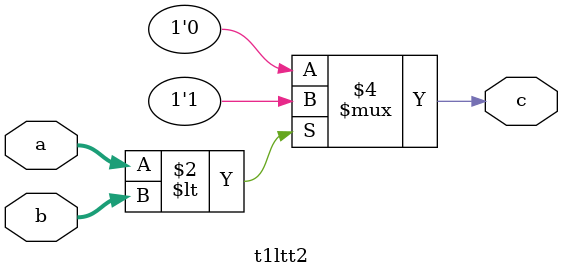
<source format=v>
`timescale 1ns / 1ps
module t1ltt2(a,b,c);

input [7:0] a,b;
output reg c;

always @(a or b ) begin
	if (a<b)
		c <=1;
	else
		c<=0;
end

endmodule

</source>
